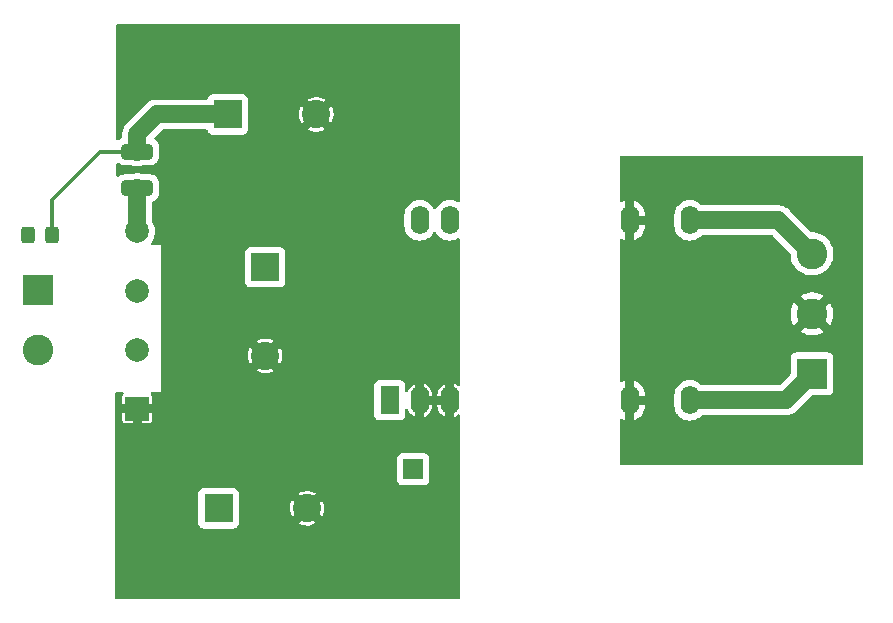
<source format=gtl>
G04 #@! TF.GenerationSoftware,KiCad,Pcbnew,(6.0.6)*
G04 #@! TF.CreationDate,2022-08-27T12:40:56+02:00*
G04 #@! TF.ProjectId,afe-power-supply,6166652d-706f-4776-9572-2d737570706c,rev?*
G04 #@! TF.SameCoordinates,Original*
G04 #@! TF.FileFunction,Copper,L1,Top*
G04 #@! TF.FilePolarity,Positive*
%FSLAX46Y46*%
G04 Gerber Fmt 4.6, Leading zero omitted, Abs format (unit mm)*
G04 Created by KiCad (PCBNEW (6.0.6)) date 2022-08-27 12:40:56*
%MOMM*%
%LPD*%
G01*
G04 APERTURE LIST*
G04 Aperture macros list*
%AMRoundRect*
0 Rectangle with rounded corners*
0 $1 Rounding radius*
0 $2 $3 $4 $5 $6 $7 $8 $9 X,Y pos of 4 corners*
0 Add a 4 corners polygon primitive as box body*
4,1,4,$2,$3,$4,$5,$6,$7,$8,$9,$2,$3,0*
0 Add four circle primitives for the rounded corners*
1,1,$1+$1,$2,$3*
1,1,$1+$1,$4,$5*
1,1,$1+$1,$6,$7*
1,1,$1+$1,$8,$9*
0 Add four rect primitives between the rounded corners*
20,1,$1+$1,$2,$3,$4,$5,0*
20,1,$1+$1,$4,$5,$6,$7,0*
20,1,$1+$1,$6,$7,$8,$9,0*
20,1,$1+$1,$8,$9,$2,$3,0*%
G04 Aperture macros list end*
G04 #@! TA.AperFunction,SMDPad,CuDef*
%ADD10RoundRect,0.250000X1.075000X-0.400000X1.075000X0.400000X-1.075000X0.400000X-1.075000X-0.400000X0*%
G04 #@! TD*
G04 #@! TA.AperFunction,ComponentPad*
%ADD11R,2.400000X2.400000*%
G04 #@! TD*
G04 #@! TA.AperFunction,ComponentPad*
%ADD12C,2.400000*%
G04 #@! TD*
G04 #@! TA.AperFunction,ComponentPad*
%ADD13R,2.600000X2.600000*%
G04 #@! TD*
G04 #@! TA.AperFunction,ComponentPad*
%ADD14C,2.600000*%
G04 #@! TD*
G04 #@! TA.AperFunction,ComponentPad*
%ADD15R,1.700000X1.700000*%
G04 #@! TD*
G04 #@! TA.AperFunction,ComponentPad*
%ADD16R,1.600000X2.400000*%
G04 #@! TD*
G04 #@! TA.AperFunction,ComponentPad*
%ADD17O,1.600000X2.400000*%
G04 #@! TD*
G04 #@! TA.AperFunction,SMDPad,CuDef*
%ADD18RoundRect,0.250000X-0.325000X-0.450000X0.325000X-0.450000X0.325000X0.450000X-0.325000X0.450000X0*%
G04 #@! TD*
G04 #@! TA.AperFunction,ComponentPad*
%ADD19R,2.000000X2.000000*%
G04 #@! TD*
G04 #@! TA.AperFunction,ComponentPad*
%ADD20C,2.000000*%
G04 #@! TD*
G04 #@! TA.AperFunction,ViaPad*
%ADD21C,0.800000*%
G04 #@! TD*
G04 #@! TA.AperFunction,Conductor*
%ADD22C,0.300000*%
G04 #@! TD*
G04 #@! TA.AperFunction,Conductor*
%ADD23C,1.500000*%
G04 #@! TD*
G04 APERTURE END LIST*
D10*
X86870000Y-24340000D03*
X86870000Y-27440000D03*
D11*
X94537246Y-21200000D03*
D12*
X102037246Y-21200000D03*
D13*
X78495000Y-36055000D03*
D14*
X78495000Y-41135000D03*
D13*
X144000000Y-43160000D03*
D14*
X144000000Y-38080000D03*
X144000000Y-33000000D03*
D15*
X110250000Y-51250000D03*
D16*
X108250000Y-45400000D03*
D17*
X110790000Y-45400000D03*
X113330000Y-45400000D03*
X128570000Y-45400000D03*
X133650000Y-45400000D03*
X133650000Y-30160000D03*
X128570000Y-30160000D03*
X113330000Y-30160000D03*
X110790000Y-30160000D03*
D18*
X77625000Y-31400000D03*
X79675000Y-31400000D03*
D11*
X97700000Y-34137246D03*
D12*
X97700000Y-41637246D03*
D19*
X86867500Y-46107500D03*
D20*
X86867500Y-41107500D03*
X86867500Y-36107500D03*
X86867500Y-31107500D03*
D11*
X93750000Y-54550000D03*
D12*
X101250000Y-54550000D03*
D21*
X77600000Y-31400000D03*
D22*
X83750000Y-24340000D02*
X86870000Y-24340000D01*
X79675000Y-28415000D02*
X83750000Y-24340000D01*
X79675000Y-31400000D02*
X79675000Y-28415000D01*
D23*
X86867500Y-27442500D02*
X86870000Y-27440000D01*
X86867500Y-31107500D02*
X86867500Y-27442500D01*
X88510000Y-21200000D02*
X86870000Y-22840000D01*
X86870000Y-22840000D02*
X86870000Y-24340000D01*
X94537246Y-21200000D02*
X88510000Y-21200000D01*
X141160000Y-30160000D02*
X144000000Y-33000000D01*
X133650000Y-30160000D02*
X141160000Y-30160000D01*
X133650000Y-45400000D02*
X141760000Y-45400000D01*
X141760000Y-45400000D02*
X144000000Y-43160000D01*
G04 #@! TA.AperFunction,Conductor*
G36*
X148292121Y-24720002D02*
G01*
X148338614Y-24773658D01*
X148350000Y-24826000D01*
X148350000Y-50774000D01*
X148329998Y-50842121D01*
X148276342Y-50888614D01*
X148224000Y-50900000D01*
X127876000Y-50900000D01*
X127807879Y-50879998D01*
X127761386Y-50826342D01*
X127750000Y-50774000D01*
X127750000Y-47058626D01*
X127770002Y-46990505D01*
X127823658Y-46944012D01*
X127893932Y-46933908D01*
X127929250Y-46944431D01*
X128115950Y-47031491D01*
X128126240Y-47035236D01*
X128171501Y-47047364D01*
X128185600Y-47047029D01*
X128189000Y-47039088D01*
X128189000Y-47033938D01*
X128951000Y-47033938D01*
X128954973Y-47047469D01*
X128963521Y-47048698D01*
X129013760Y-47035236D01*
X129024050Y-47031491D01*
X129221511Y-46939414D01*
X129231007Y-46933931D01*
X129409467Y-46808972D01*
X129417875Y-46801916D01*
X129571916Y-46647875D01*
X129578972Y-46639467D01*
X129703931Y-46461007D01*
X129709414Y-46451511D01*
X129801490Y-46254053D01*
X129805236Y-46243761D01*
X129861625Y-46033312D01*
X129863528Y-46022519D01*
X129877762Y-45859830D01*
X129877880Y-45857127D01*
X132341500Y-45857127D01*
X132356457Y-46028087D01*
X132415716Y-46249243D01*
X132418039Y-46254224D01*
X132418039Y-46254225D01*
X132510151Y-46451762D01*
X132510154Y-46451767D01*
X132512477Y-46456749D01*
X132575901Y-46547328D01*
X132612461Y-46599540D01*
X132643802Y-46644300D01*
X132805700Y-46806198D01*
X132810208Y-46809355D01*
X132810211Y-46809357D01*
X132888389Y-46864098D01*
X132993251Y-46937523D01*
X132998233Y-46939846D01*
X132998238Y-46939849D01*
X133194767Y-47031491D01*
X133200757Y-47034284D01*
X133206065Y-47035706D01*
X133206067Y-47035707D01*
X133416598Y-47092119D01*
X133416600Y-47092119D01*
X133421913Y-47093543D01*
X133650000Y-47113498D01*
X133878087Y-47093543D01*
X133883400Y-47092119D01*
X133883402Y-47092119D01*
X134093933Y-47035707D01*
X134093935Y-47035706D01*
X134099243Y-47034284D01*
X134105233Y-47031491D01*
X134301762Y-46939849D01*
X134301767Y-46939846D01*
X134306749Y-46937523D01*
X134411611Y-46864098D01*
X134489789Y-46809357D01*
X134489792Y-46809355D01*
X134494300Y-46806198D01*
X134605093Y-46695405D01*
X134667405Y-46661379D01*
X134694188Y-46658500D01*
X141668604Y-46658500D01*
X141685051Y-46659578D01*
X141701516Y-46661746D01*
X141701520Y-46661746D01*
X141707086Y-46662479D01*
X141788489Y-46658640D01*
X141794424Y-46658500D01*
X141816999Y-46658500D01*
X141842989Y-46656181D01*
X141848248Y-46655822D01*
X141931488Y-46651896D01*
X141936947Y-46650646D01*
X141936952Y-46650645D01*
X141948970Y-46647892D01*
X141965899Y-46645211D01*
X141983762Y-46643617D01*
X141989178Y-46642135D01*
X141989180Y-46642135D01*
X142064133Y-46621630D01*
X142069251Y-46620344D01*
X142145000Y-46602995D01*
X142145002Y-46602994D01*
X142150470Y-46601742D01*
X142160970Y-46597263D01*
X142166967Y-46594706D01*
X142183142Y-46589073D01*
X142195039Y-46585818D01*
X142195043Y-46585817D01*
X142200451Y-46584337D01*
X142275667Y-46548461D01*
X142280476Y-46546290D01*
X142351949Y-46515804D01*
X142351950Y-46515804D01*
X142357109Y-46513603D01*
X142372110Y-46503749D01*
X142387025Y-46495346D01*
X142403218Y-46487622D01*
X142407769Y-46484352D01*
X142407772Y-46484350D01*
X142446182Y-46456749D01*
X142470892Y-46438994D01*
X142475232Y-46436011D01*
X142541010Y-46392804D01*
X142541018Y-46392798D01*
X142544874Y-46390265D01*
X142565662Y-46371743D01*
X142575939Y-46363510D01*
X142585654Y-46356529D01*
X142660062Y-46279746D01*
X142661451Y-46278336D01*
X143934383Y-45005405D01*
X143996695Y-44971379D01*
X144023478Y-44968500D01*
X145348134Y-44968500D01*
X145410316Y-44961745D01*
X145546705Y-44910615D01*
X145663261Y-44823261D01*
X145750615Y-44706705D01*
X145801745Y-44570316D01*
X145808500Y-44508134D01*
X145808500Y-41811866D01*
X145801745Y-41749684D01*
X145750615Y-41613295D01*
X145663261Y-41496739D01*
X145546705Y-41409385D01*
X145410316Y-41358255D01*
X145348134Y-41351500D01*
X142651866Y-41351500D01*
X142589684Y-41358255D01*
X142453295Y-41409385D01*
X142336739Y-41496739D01*
X142249385Y-41613295D01*
X142198255Y-41749684D01*
X142191500Y-41811866D01*
X142191500Y-43136522D01*
X142171498Y-43204643D01*
X142154595Y-43225617D01*
X141275617Y-44104595D01*
X141213305Y-44138621D01*
X141186522Y-44141500D01*
X134694188Y-44141500D01*
X134626067Y-44121498D01*
X134605093Y-44104595D01*
X134494300Y-43993802D01*
X134489792Y-43990645D01*
X134489789Y-43990643D01*
X134411611Y-43935902D01*
X134306749Y-43862477D01*
X134301767Y-43860154D01*
X134301762Y-43860151D01*
X134104225Y-43768039D01*
X134104224Y-43768039D01*
X134099243Y-43765716D01*
X134093935Y-43764294D01*
X134093933Y-43764293D01*
X133883402Y-43707881D01*
X133883400Y-43707881D01*
X133878087Y-43706457D01*
X133650000Y-43686502D01*
X133421913Y-43706457D01*
X133416600Y-43707881D01*
X133416598Y-43707881D01*
X133206067Y-43764293D01*
X133206065Y-43764294D01*
X133200757Y-43765716D01*
X133195776Y-43768039D01*
X133195775Y-43768039D01*
X132998238Y-43860151D01*
X132998233Y-43860154D01*
X132993251Y-43862477D01*
X132888389Y-43935902D01*
X132810211Y-43990643D01*
X132810208Y-43990645D01*
X132805700Y-43993802D01*
X132643802Y-44155700D01*
X132512477Y-44343251D01*
X132510154Y-44348233D01*
X132510151Y-44348238D01*
X132435591Y-44508134D01*
X132415716Y-44550757D01*
X132414294Y-44556065D01*
X132414293Y-44556067D01*
X132372004Y-44713891D01*
X132356457Y-44771913D01*
X132341500Y-44942873D01*
X132341500Y-45857127D01*
X129877880Y-45857127D01*
X129878000Y-45854365D01*
X129878000Y-45799115D01*
X129873525Y-45783876D01*
X129872135Y-45782671D01*
X129864452Y-45781000D01*
X128969115Y-45781000D01*
X128953876Y-45785475D01*
X128952671Y-45786865D01*
X128951000Y-45794548D01*
X128951000Y-47033938D01*
X128189000Y-47033938D01*
X128189000Y-45000885D01*
X128951000Y-45000885D01*
X128955475Y-45016124D01*
X128956865Y-45017329D01*
X128964548Y-45019000D01*
X129859885Y-45019000D01*
X129875124Y-45014525D01*
X129876329Y-45013135D01*
X129878000Y-45005452D01*
X129878000Y-44945635D01*
X129877762Y-44940170D01*
X129863528Y-44777481D01*
X129861625Y-44766688D01*
X129805236Y-44556239D01*
X129801490Y-44545947D01*
X129709414Y-44348489D01*
X129703931Y-44338993D01*
X129578972Y-44160533D01*
X129571916Y-44152125D01*
X129417875Y-43998084D01*
X129409467Y-43991028D01*
X129231007Y-43866069D01*
X129221511Y-43860586D01*
X129024050Y-43768509D01*
X129013760Y-43764764D01*
X128968499Y-43752636D01*
X128954400Y-43752971D01*
X128951000Y-43760912D01*
X128951000Y-45000885D01*
X128189000Y-45000885D01*
X128189000Y-43766062D01*
X128185027Y-43752531D01*
X128176479Y-43751302D01*
X128126240Y-43764764D01*
X128115950Y-43768509D01*
X127929250Y-43855569D01*
X127859059Y-43866230D01*
X127794246Y-43837250D01*
X127755389Y-43777831D01*
X127750000Y-43741374D01*
X127750000Y-39600887D01*
X143023463Y-39600887D01*
X143032176Y-39612407D01*
X143035452Y-39614809D01*
X143043351Y-39619745D01*
X143272905Y-39740519D01*
X143281454Y-39744236D01*
X143526327Y-39829749D01*
X143535336Y-39832163D01*
X143790166Y-39880544D01*
X143799423Y-39881598D01*
X144058607Y-39891783D01*
X144067921Y-39891457D01*
X144325753Y-39863220D01*
X144334930Y-39861519D01*
X144585758Y-39795481D01*
X144594574Y-39792445D01*
X144832880Y-39690062D01*
X144841167Y-39685748D01*
X144965224Y-39608979D01*
X144974640Y-39598479D01*
X144970752Y-39589567D01*
X144012812Y-38631627D01*
X143998868Y-38624013D01*
X143997035Y-38624144D01*
X143990420Y-38628395D01*
X143030121Y-39588694D01*
X143023463Y-39600887D01*
X127750000Y-39600887D01*
X127750000Y-38037211D01*
X142187775Y-38037211D01*
X142200220Y-38296288D01*
X142201356Y-38305543D01*
X142251961Y-38559945D01*
X142254449Y-38568917D01*
X142342095Y-38813033D01*
X142345895Y-38821568D01*
X142468659Y-39050044D01*
X142468832Y-39050314D01*
X142478198Y-39057342D01*
X142490613Y-39050572D01*
X143448373Y-38092812D01*
X143454751Y-38081132D01*
X144544013Y-38081132D01*
X144544144Y-38082965D01*
X144548395Y-38089580D01*
X145506399Y-39047584D01*
X145518779Y-39054344D01*
X145527120Y-39048100D01*
X145590825Y-38949058D01*
X145595279Y-38940855D01*
X145701807Y-38704370D01*
X145704997Y-38695605D01*
X145775402Y-38445972D01*
X145777262Y-38436830D01*
X145810187Y-38178019D01*
X145810668Y-38171733D01*
X145812987Y-38083160D01*
X145812836Y-38076851D01*
X145793501Y-37816663D01*
X145792125Y-37807457D01*
X145734878Y-37554467D01*
X145732154Y-37545556D01*
X145638143Y-37303806D01*
X145634132Y-37295397D01*
X145530119Y-37113413D01*
X145519955Y-37103637D01*
X145512056Y-37106759D01*
X144551627Y-38067188D01*
X144544013Y-38081132D01*
X143454751Y-38081132D01*
X143455987Y-38078868D01*
X143455856Y-38077035D01*
X143451605Y-38070420D01*
X142493099Y-37111914D01*
X142480719Y-37105154D01*
X142473198Y-37110784D01*
X142386971Y-37252882D01*
X142382733Y-37261199D01*
X142282432Y-37500389D01*
X142279471Y-37509239D01*
X142215628Y-37760625D01*
X142214006Y-37769822D01*
X142188020Y-38027885D01*
X142187775Y-38037211D01*
X127750000Y-38037211D01*
X127750000Y-36561565D01*
X143025584Y-36561565D01*
X143030158Y-36571343D01*
X143987188Y-37528373D01*
X144001132Y-37535987D01*
X144002965Y-37535856D01*
X144009580Y-37531605D01*
X144968308Y-36572877D01*
X144974692Y-36561187D01*
X144965280Y-36549077D01*
X144924041Y-36520468D01*
X144916013Y-36515740D01*
X144683376Y-36401016D01*
X144674743Y-36397528D01*
X144427703Y-36318450D01*
X144418643Y-36316274D01*
X144162630Y-36274580D01*
X144153343Y-36273768D01*
X143893992Y-36270373D01*
X143884681Y-36270943D01*
X143627682Y-36305919D01*
X143618546Y-36307860D01*
X143369543Y-36380439D01*
X143360800Y-36383707D01*
X143125254Y-36492295D01*
X143117098Y-36496815D01*
X143034720Y-36550825D01*
X143025584Y-36561565D01*
X127750000Y-36561565D01*
X127750000Y-31818626D01*
X127770002Y-31750505D01*
X127823658Y-31704012D01*
X127893932Y-31693908D01*
X127929250Y-31704431D01*
X128115950Y-31791491D01*
X128126240Y-31795236D01*
X128171501Y-31807364D01*
X128185600Y-31807029D01*
X128189000Y-31799088D01*
X128189000Y-31793938D01*
X128951000Y-31793938D01*
X128954973Y-31807469D01*
X128963521Y-31808698D01*
X129013760Y-31795236D01*
X129024050Y-31791491D01*
X129221511Y-31699414D01*
X129231007Y-31693931D01*
X129409467Y-31568972D01*
X129417875Y-31561916D01*
X129571916Y-31407875D01*
X129578972Y-31399467D01*
X129703931Y-31221007D01*
X129709414Y-31211511D01*
X129801490Y-31014053D01*
X129805236Y-31003761D01*
X129861625Y-30793312D01*
X129863528Y-30782519D01*
X129877762Y-30619830D01*
X129877880Y-30617127D01*
X132341500Y-30617127D01*
X132356457Y-30788087D01*
X132415716Y-31009243D01*
X132418039Y-31014224D01*
X132418039Y-31014225D01*
X132510151Y-31211762D01*
X132510154Y-31211767D01*
X132512477Y-31216749D01*
X132643802Y-31404300D01*
X132805700Y-31566198D01*
X132810208Y-31569355D01*
X132810211Y-31569357D01*
X132845115Y-31593797D01*
X132993251Y-31697523D01*
X132998233Y-31699846D01*
X132998238Y-31699849D01*
X133194767Y-31791491D01*
X133200757Y-31794284D01*
X133206065Y-31795706D01*
X133206067Y-31795707D01*
X133416598Y-31852119D01*
X133416600Y-31852119D01*
X133421913Y-31853543D01*
X133650000Y-31873498D01*
X133878087Y-31853543D01*
X133883400Y-31852119D01*
X133883402Y-31852119D01*
X134093933Y-31795707D01*
X134093935Y-31795706D01*
X134099243Y-31794284D01*
X134105233Y-31791491D01*
X134301762Y-31699849D01*
X134301767Y-31699846D01*
X134306749Y-31697523D01*
X134454885Y-31593797D01*
X134489789Y-31569357D01*
X134489792Y-31569355D01*
X134494300Y-31566198D01*
X134605093Y-31455405D01*
X134667405Y-31421379D01*
X134694188Y-31418500D01*
X140586523Y-31418500D01*
X140654644Y-31438502D01*
X140675618Y-31455405D01*
X142153348Y-32933136D01*
X142187374Y-32995448D01*
X142190108Y-33016183D01*
X142199947Y-33221019D01*
X142252388Y-33484656D01*
X142343220Y-33737646D01*
X142470450Y-33974431D01*
X142473241Y-33978168D01*
X142473245Y-33978175D01*
X142554887Y-34087506D01*
X142631281Y-34189810D01*
X142634590Y-34193090D01*
X142634595Y-34193096D01*
X142818863Y-34375762D01*
X142822180Y-34379050D01*
X142825942Y-34381808D01*
X142825945Y-34381811D01*
X142938299Y-34464192D01*
X143038954Y-34537995D01*
X143043089Y-34540171D01*
X143043093Y-34540173D01*
X143272698Y-34660975D01*
X143276840Y-34663154D01*
X143530613Y-34751775D01*
X143535206Y-34752647D01*
X143790109Y-34801042D01*
X143790112Y-34801042D01*
X143794698Y-34801913D01*
X143922370Y-34806929D01*
X144058625Y-34812283D01*
X144058630Y-34812283D01*
X144063293Y-34812466D01*
X144167607Y-34801042D01*
X144325844Y-34783713D01*
X144325850Y-34783712D01*
X144330497Y-34783203D01*
X144335021Y-34782012D01*
X144585918Y-34715956D01*
X144585920Y-34715955D01*
X144590441Y-34714765D01*
X144594738Y-34712919D01*
X144833120Y-34610502D01*
X144833122Y-34610501D01*
X144837414Y-34608657D01*
X144956071Y-34535230D01*
X145062017Y-34469669D01*
X145062021Y-34469666D01*
X145065990Y-34467210D01*
X145271149Y-34293530D01*
X145448382Y-34091434D01*
X145593797Y-33865361D01*
X145704199Y-33620278D01*
X145741209Y-33489051D01*
X145775893Y-33366072D01*
X145775894Y-33366069D01*
X145777163Y-33361568D01*
X145795043Y-33221019D01*
X145810688Y-33098045D01*
X145810688Y-33098041D01*
X145811086Y-33094915D01*
X145813571Y-33000000D01*
X145793650Y-32731937D01*
X145734327Y-32469763D01*
X145636902Y-32219238D01*
X145503518Y-31985864D01*
X145337105Y-31774769D01*
X145141317Y-31590591D01*
X144984751Y-31481976D01*
X144924299Y-31440039D01*
X144924296Y-31440037D01*
X144920457Y-31437374D01*
X144916264Y-31435306D01*
X144683564Y-31320551D01*
X144683561Y-31320550D01*
X144679376Y-31318486D01*
X144423370Y-31236538D01*
X144418763Y-31235788D01*
X144418760Y-31235787D01*
X144162674Y-31194081D01*
X144162675Y-31194081D01*
X144158063Y-31193330D01*
X144113184Y-31192743D01*
X144021886Y-31191547D01*
X143954033Y-31170655D01*
X143934441Y-31154653D01*
X142114525Y-29334737D01*
X142103657Y-29322346D01*
X142093533Y-29309152D01*
X142090123Y-29304708D01*
X142029826Y-29249842D01*
X142025531Y-29245743D01*
X142009590Y-29229802D01*
X142007440Y-29228004D01*
X141989577Y-29213068D01*
X141985602Y-29209600D01*
X141928112Y-29157288D01*
X141928103Y-29157281D01*
X141923964Y-29153515D01*
X141908773Y-29143986D01*
X141894907Y-29133911D01*
X141885451Y-29126004D01*
X141885441Y-29125997D01*
X141881146Y-29122406D01*
X141808752Y-29081113D01*
X141804232Y-29078408D01*
X141738404Y-29037114D01*
X141738401Y-29037112D01*
X141733656Y-29034136D01*
X141728451Y-29032043D01*
X141728448Y-29032042D01*
X141717021Y-29027448D01*
X141701589Y-29019988D01*
X141690881Y-29013880D01*
X141690872Y-29013876D01*
X141686007Y-29011101D01*
X141680730Y-29009232D01*
X141680725Y-29009230D01*
X141607458Y-28983285D01*
X141602522Y-28981420D01*
X141530416Y-28952434D01*
X141525217Y-28950344D01*
X141519730Y-28949208D01*
X141519728Y-28949207D01*
X141507651Y-28946706D01*
X141491156Y-28942101D01*
X141474241Y-28936111D01*
X141391990Y-28922641D01*
X141386820Y-28921683D01*
X141305233Y-28904787D01*
X141300621Y-28904521D01*
X141300620Y-28904521D01*
X141277452Y-28903185D01*
X141264347Y-28901738D01*
X141258090Y-28900714D01*
X141258086Y-28900714D01*
X141252543Y-28899806D01*
X141246930Y-28899894D01*
X141246928Y-28899894D01*
X141145736Y-28901484D01*
X141143757Y-28901500D01*
X134694188Y-28901500D01*
X134626067Y-28881498D01*
X134605093Y-28864595D01*
X134494300Y-28753802D01*
X134489792Y-28750645D01*
X134489789Y-28750643D01*
X134411611Y-28695902D01*
X134306749Y-28622477D01*
X134301767Y-28620154D01*
X134301762Y-28620151D01*
X134104225Y-28528039D01*
X134104224Y-28528039D01*
X134099243Y-28525716D01*
X134093935Y-28524294D01*
X134093933Y-28524293D01*
X133883402Y-28467881D01*
X133883400Y-28467881D01*
X133878087Y-28466457D01*
X133650000Y-28446502D01*
X133421913Y-28466457D01*
X133416600Y-28467881D01*
X133416598Y-28467881D01*
X133206067Y-28524293D01*
X133206065Y-28524294D01*
X133200757Y-28525716D01*
X133195776Y-28528039D01*
X133195775Y-28528039D01*
X132998238Y-28620151D01*
X132998233Y-28620154D01*
X132993251Y-28622477D01*
X132888389Y-28695902D01*
X132810211Y-28750643D01*
X132810208Y-28750645D01*
X132805700Y-28753802D01*
X132643802Y-28915700D01*
X132640645Y-28920208D01*
X132640643Y-28920211D01*
X132597784Y-28981420D01*
X132512477Y-29103251D01*
X132510154Y-29108233D01*
X132510151Y-29108238D01*
X132452539Y-29231789D01*
X132415716Y-29310757D01*
X132414294Y-29316065D01*
X132414293Y-29316067D01*
X132357881Y-29526598D01*
X132356457Y-29531913D01*
X132341500Y-29702873D01*
X132341500Y-30617127D01*
X129877880Y-30617127D01*
X129878000Y-30614365D01*
X129878000Y-30559115D01*
X129873525Y-30543876D01*
X129872135Y-30542671D01*
X129864452Y-30541000D01*
X128969115Y-30541000D01*
X128953876Y-30545475D01*
X128952671Y-30546865D01*
X128951000Y-30554548D01*
X128951000Y-31793938D01*
X128189000Y-31793938D01*
X128189000Y-29760885D01*
X128951000Y-29760885D01*
X128955475Y-29776124D01*
X128956865Y-29777329D01*
X128964548Y-29779000D01*
X129859885Y-29779000D01*
X129875124Y-29774525D01*
X129876329Y-29773135D01*
X129878000Y-29765452D01*
X129878000Y-29705635D01*
X129877762Y-29700170D01*
X129863528Y-29537481D01*
X129861625Y-29526688D01*
X129805236Y-29316239D01*
X129801490Y-29305947D01*
X129709414Y-29108489D01*
X129703931Y-29098993D01*
X129578972Y-28920533D01*
X129571916Y-28912125D01*
X129417875Y-28758084D01*
X129409467Y-28751028D01*
X129231007Y-28626069D01*
X129221511Y-28620586D01*
X129024050Y-28528509D01*
X129013760Y-28524764D01*
X128968499Y-28512636D01*
X128954400Y-28512971D01*
X128951000Y-28520912D01*
X128951000Y-29760885D01*
X128189000Y-29760885D01*
X128189000Y-28526062D01*
X128185027Y-28512531D01*
X128176479Y-28511302D01*
X128126240Y-28524764D01*
X128115950Y-28528509D01*
X127929250Y-28615569D01*
X127859059Y-28626230D01*
X127794246Y-28597250D01*
X127755389Y-28537831D01*
X127750000Y-28501374D01*
X127750000Y-24826000D01*
X127770002Y-24757879D01*
X127823658Y-24711386D01*
X127876000Y-24700000D01*
X148224000Y-24700000D01*
X148292121Y-24720002D01*
G37*
G04 #@! TD.AperFunction*
G04 #@! TA.AperFunction,Conductor*
G36*
X114142121Y-13520002D02*
G01*
X114188614Y-13573658D01*
X114200000Y-13626000D01*
X114200000Y-28529753D01*
X114179998Y-28597874D01*
X114126342Y-28644367D01*
X114056068Y-28654471D01*
X114001730Y-28632967D01*
X113986749Y-28622477D01*
X113981767Y-28620154D01*
X113981762Y-28620151D01*
X113784225Y-28528039D01*
X113784224Y-28528039D01*
X113779243Y-28525716D01*
X113773935Y-28524294D01*
X113773933Y-28524293D01*
X113563402Y-28467881D01*
X113563400Y-28467881D01*
X113558087Y-28466457D01*
X113330000Y-28446502D01*
X113101913Y-28466457D01*
X113096600Y-28467881D01*
X113096598Y-28467881D01*
X112886067Y-28524293D01*
X112886065Y-28524294D01*
X112880757Y-28525716D01*
X112875776Y-28528039D01*
X112875775Y-28528039D01*
X112678238Y-28620151D01*
X112678233Y-28620154D01*
X112673251Y-28622477D01*
X112607628Y-28668427D01*
X112490211Y-28750643D01*
X112490208Y-28750645D01*
X112485700Y-28753802D01*
X112323802Y-28915700D01*
X112192477Y-29103251D01*
X112190154Y-29108233D01*
X112190151Y-29108238D01*
X112174195Y-29142457D01*
X112127278Y-29195742D01*
X112059001Y-29215203D01*
X111991041Y-29194661D01*
X111945805Y-29142457D01*
X111929849Y-29108238D01*
X111929846Y-29108233D01*
X111927523Y-29103251D01*
X111796198Y-28915700D01*
X111634300Y-28753802D01*
X111629792Y-28750645D01*
X111629789Y-28750643D01*
X111512372Y-28668427D01*
X111446749Y-28622477D01*
X111441767Y-28620154D01*
X111441762Y-28620151D01*
X111244225Y-28528039D01*
X111244224Y-28528039D01*
X111239243Y-28525716D01*
X111233935Y-28524294D01*
X111233933Y-28524293D01*
X111023402Y-28467881D01*
X111023400Y-28467881D01*
X111018087Y-28466457D01*
X110790000Y-28446502D01*
X110561913Y-28466457D01*
X110556600Y-28467881D01*
X110556598Y-28467881D01*
X110346067Y-28524293D01*
X110346065Y-28524294D01*
X110340757Y-28525716D01*
X110335776Y-28528039D01*
X110335775Y-28528039D01*
X110138238Y-28620151D01*
X110138233Y-28620154D01*
X110133251Y-28622477D01*
X110067628Y-28668427D01*
X109950211Y-28750643D01*
X109950208Y-28750645D01*
X109945700Y-28753802D01*
X109783802Y-28915700D01*
X109652477Y-29103251D01*
X109650154Y-29108233D01*
X109650151Y-29108238D01*
X109634195Y-29142457D01*
X109555716Y-29310757D01*
X109496457Y-29531913D01*
X109481500Y-29702873D01*
X109481500Y-30617127D01*
X109496457Y-30788087D01*
X109555716Y-31009243D01*
X109558039Y-31014224D01*
X109558039Y-31014225D01*
X109650151Y-31211762D01*
X109650154Y-31211767D01*
X109652477Y-31216749D01*
X109783802Y-31404300D01*
X109945700Y-31566198D01*
X109950208Y-31569355D01*
X109950211Y-31569357D01*
X110028389Y-31624098D01*
X110133251Y-31697523D01*
X110138233Y-31699846D01*
X110138238Y-31699849D01*
X110335775Y-31791961D01*
X110340757Y-31794284D01*
X110346065Y-31795706D01*
X110346067Y-31795707D01*
X110556598Y-31852119D01*
X110556600Y-31852119D01*
X110561913Y-31853543D01*
X110790000Y-31873498D01*
X111018087Y-31853543D01*
X111023400Y-31852119D01*
X111023402Y-31852119D01*
X111233933Y-31795707D01*
X111233935Y-31795706D01*
X111239243Y-31794284D01*
X111244225Y-31791961D01*
X111441762Y-31699849D01*
X111441767Y-31699846D01*
X111446749Y-31697523D01*
X111551611Y-31624098D01*
X111629789Y-31569357D01*
X111629792Y-31569355D01*
X111634300Y-31566198D01*
X111796198Y-31404300D01*
X111927523Y-31216749D01*
X111929846Y-31211767D01*
X111929849Y-31211762D01*
X111945805Y-31177543D01*
X111992722Y-31124258D01*
X112060999Y-31104797D01*
X112128959Y-31125339D01*
X112174195Y-31177543D01*
X112190151Y-31211762D01*
X112190154Y-31211767D01*
X112192477Y-31216749D01*
X112323802Y-31404300D01*
X112485700Y-31566198D01*
X112490208Y-31569355D01*
X112490211Y-31569357D01*
X112568389Y-31624098D01*
X112673251Y-31697523D01*
X112678233Y-31699846D01*
X112678238Y-31699849D01*
X112875775Y-31791961D01*
X112880757Y-31794284D01*
X112886065Y-31795706D01*
X112886067Y-31795707D01*
X113096598Y-31852119D01*
X113096600Y-31852119D01*
X113101913Y-31853543D01*
X113330000Y-31873498D01*
X113558087Y-31853543D01*
X113563400Y-31852119D01*
X113563402Y-31852119D01*
X113773933Y-31795707D01*
X113773935Y-31795706D01*
X113779243Y-31794284D01*
X113784225Y-31791961D01*
X113981762Y-31699849D01*
X113981767Y-31699846D01*
X113986749Y-31697523D01*
X114001730Y-31687033D01*
X114069004Y-31664346D01*
X114137864Y-31681631D01*
X114186448Y-31733401D01*
X114200000Y-31790247D01*
X114200000Y-44083984D01*
X114179998Y-44152105D01*
X114126342Y-44198598D01*
X114056068Y-44208702D01*
X113993684Y-44181069D01*
X113926986Y-44125892D01*
X113916820Y-44119035D01*
X113745839Y-44026586D01*
X113734534Y-44021834D01*
X113728306Y-44019906D01*
X113714205Y-44019700D01*
X113711000Y-44026456D01*
X113711000Y-46768499D01*
X113714973Y-46782030D01*
X113722381Y-46783095D01*
X113732205Y-46779126D01*
X113904464Y-46689071D01*
X113914731Y-46682353D01*
X113995048Y-46617776D01*
X114060670Y-46590679D01*
X114130524Y-46603362D01*
X114182433Y-46651798D01*
X114200000Y-46715972D01*
X114200000Y-62124000D01*
X114179998Y-62192121D01*
X114126342Y-62238614D01*
X114074000Y-62250000D01*
X85126000Y-62250000D01*
X85057879Y-62229998D01*
X85011386Y-62176342D01*
X85000000Y-62124000D01*
X85000000Y-55798134D01*
X92041500Y-55798134D01*
X92048255Y-55860316D01*
X92099385Y-55996705D01*
X92186739Y-56113261D01*
X92303295Y-56200615D01*
X92439684Y-56251745D01*
X92501866Y-56258500D01*
X94998134Y-56258500D01*
X95060316Y-56251745D01*
X95196705Y-56200615D01*
X95313261Y-56113261D01*
X95400615Y-55996705D01*
X95451745Y-55860316D01*
X95457072Y-55811279D01*
X100533156Y-55811279D01*
X100538437Y-55818333D01*
X100615136Y-55863153D01*
X100624419Y-55867600D01*
X100838126Y-55949207D01*
X100848028Y-55952084D01*
X101072175Y-55997687D01*
X101082427Y-55998910D01*
X101311020Y-56007292D01*
X101321306Y-56006825D01*
X101548209Y-55977758D01*
X101558295Y-55975615D01*
X101777399Y-55909880D01*
X101786994Y-55906119D01*
X101958863Y-55821921D01*
X101969270Y-55812398D01*
X101967209Y-55806024D01*
X101262812Y-55101627D01*
X101248868Y-55094013D01*
X101247035Y-55094144D01*
X101240420Y-55098395D01*
X100539916Y-55798899D01*
X100533156Y-55811279D01*
X95457072Y-55811279D01*
X95458500Y-55798134D01*
X95458500Y-54519510D01*
X99791750Y-54519510D01*
X99804918Y-54747882D01*
X99806354Y-54758103D01*
X99856644Y-54981253D01*
X99859724Y-54991081D01*
X99945788Y-55203035D01*
X99950433Y-55212231D01*
X99978402Y-55257872D01*
X99988858Y-55267333D01*
X99997636Y-55263549D01*
X100698373Y-54562812D01*
X100704751Y-54551132D01*
X101794013Y-54551132D01*
X101794144Y-54552965D01*
X101798395Y-54559580D01*
X102500897Y-55262082D01*
X102513277Y-55268842D01*
X102518710Y-55264775D01*
X102604237Y-55091722D01*
X102608031Y-55082140D01*
X102674531Y-54863263D01*
X102676708Y-54853193D01*
X102706804Y-54624593D01*
X102707323Y-54617919D01*
X102708901Y-54553364D01*
X102708707Y-54546646D01*
X102689816Y-54316871D01*
X102688131Y-54306691D01*
X102632404Y-54084832D01*
X102629084Y-54075081D01*
X102537870Y-53865301D01*
X102532997Y-53856212D01*
X102523042Y-53840823D01*
X102512357Y-53831621D01*
X102502791Y-53836024D01*
X101801627Y-54537188D01*
X101794013Y-54551132D01*
X100704751Y-54551132D01*
X100705987Y-54548868D01*
X100705856Y-54547035D01*
X100701605Y-54540420D01*
X99997928Y-53836743D01*
X99986393Y-53830444D01*
X99977780Y-53837193D01*
X99882934Y-54041521D01*
X99879371Y-54051208D01*
X99818242Y-54271631D01*
X99816311Y-54281751D01*
X99792002Y-54509221D01*
X99791750Y-54519510D01*
X95458500Y-54519510D01*
X95458500Y-53301866D01*
X95457087Y-53288859D01*
X100532169Y-53288859D01*
X100534595Y-53295780D01*
X101237188Y-53998373D01*
X101251132Y-54005987D01*
X101252965Y-54005856D01*
X101259580Y-54001605D01*
X101960180Y-53301005D01*
X101966940Y-53288625D01*
X101962126Y-53282195D01*
X101852604Y-53221735D01*
X101843193Y-53217505D01*
X101627566Y-53141147D01*
X101617595Y-53138513D01*
X101392391Y-53098398D01*
X101382138Y-53097429D01*
X101153395Y-53094634D01*
X101143112Y-53095354D01*
X100916997Y-53129955D01*
X100906969Y-53132344D01*
X100689539Y-53203409D01*
X100680031Y-53207406D01*
X100542336Y-53279087D01*
X100532169Y-53288859D01*
X95457087Y-53288859D01*
X95451745Y-53239684D01*
X95400615Y-53103295D01*
X95313261Y-52986739D01*
X95196705Y-52899385D01*
X95060316Y-52848255D01*
X94998134Y-52841500D01*
X92501866Y-52841500D01*
X92439684Y-52848255D01*
X92303295Y-52899385D01*
X92186739Y-52986739D01*
X92099385Y-53103295D01*
X92048255Y-53239684D01*
X92041500Y-53301866D01*
X92041500Y-55798134D01*
X85000000Y-55798134D01*
X85000000Y-52148134D01*
X108891500Y-52148134D01*
X108898255Y-52210316D01*
X108949385Y-52346705D01*
X109036739Y-52463261D01*
X109153295Y-52550615D01*
X109289684Y-52601745D01*
X109351866Y-52608500D01*
X111148134Y-52608500D01*
X111210316Y-52601745D01*
X111346705Y-52550615D01*
X111463261Y-52463261D01*
X111550615Y-52346705D01*
X111601745Y-52210316D01*
X111608500Y-52148134D01*
X111608500Y-50351866D01*
X111601745Y-50289684D01*
X111550615Y-50153295D01*
X111463261Y-50036739D01*
X111346705Y-49949385D01*
X111210316Y-49898255D01*
X111148134Y-49891500D01*
X109351866Y-49891500D01*
X109289684Y-49898255D01*
X109153295Y-49949385D01*
X109036739Y-50036739D01*
X108949385Y-50153295D01*
X108898255Y-50289684D01*
X108891500Y-50351866D01*
X108891500Y-52148134D01*
X85000000Y-52148134D01*
X85000000Y-47126328D01*
X85613501Y-47126328D01*
X85614709Y-47138588D01*
X85625815Y-47194431D01*
X85635133Y-47216927D01*
X85677483Y-47280308D01*
X85694692Y-47297517D01*
X85758075Y-47339868D01*
X85780566Y-47349184D01*
X85836415Y-47360293D01*
X85848670Y-47361500D01*
X86468385Y-47361500D01*
X86483624Y-47357025D01*
X86484829Y-47355635D01*
X86486500Y-47347952D01*
X86486500Y-47343384D01*
X87248500Y-47343384D01*
X87252975Y-47358623D01*
X87254365Y-47359828D01*
X87262048Y-47361499D01*
X87886328Y-47361499D01*
X87898588Y-47360291D01*
X87954431Y-47349185D01*
X87976927Y-47339867D01*
X88040308Y-47297517D01*
X88057517Y-47280308D01*
X88099868Y-47216925D01*
X88109184Y-47194434D01*
X88120293Y-47138585D01*
X88121500Y-47126330D01*
X88121500Y-46648134D01*
X106941500Y-46648134D01*
X106948255Y-46710316D01*
X106999385Y-46846705D01*
X107086739Y-46963261D01*
X107203295Y-47050615D01*
X107339684Y-47101745D01*
X107401866Y-47108500D01*
X109098134Y-47108500D01*
X109160316Y-47101745D01*
X109296705Y-47050615D01*
X109413261Y-46963261D01*
X109500615Y-46846705D01*
X109551745Y-46710316D01*
X109558500Y-46648134D01*
X109558500Y-46221161D01*
X109578502Y-46153040D01*
X109632158Y-46106547D01*
X109702432Y-46096443D01*
X109767012Y-46125937D01*
X109805122Y-46184742D01*
X109809033Y-46197694D01*
X109813706Y-46209033D01*
X109904957Y-46380651D01*
X109911751Y-46390876D01*
X110034605Y-46541509D01*
X110043234Y-46550199D01*
X110193014Y-46674109D01*
X110203180Y-46680965D01*
X110374161Y-46773414D01*
X110385466Y-46778166D01*
X110391694Y-46780094D01*
X110405795Y-46780300D01*
X110409000Y-46773544D01*
X110409000Y-46768499D01*
X111171000Y-46768499D01*
X111174973Y-46782030D01*
X111182381Y-46783095D01*
X111192205Y-46779126D01*
X111364464Y-46689071D01*
X111374725Y-46682357D01*
X111526213Y-46560557D01*
X111534973Y-46551979D01*
X111659920Y-46403074D01*
X111666844Y-46392963D01*
X111760490Y-46222619D01*
X111765318Y-46211355D01*
X111824094Y-46026069D01*
X111826642Y-46014080D01*
X111843607Y-45862836D01*
X111844000Y-45855812D01*
X111844000Y-45848932D01*
X112276000Y-45848932D01*
X112276301Y-45855080D01*
X112290469Y-45999581D01*
X112292852Y-46011616D01*
X112349032Y-46197692D01*
X112353706Y-46209033D01*
X112444957Y-46380651D01*
X112451751Y-46390876D01*
X112574605Y-46541509D01*
X112583234Y-46550199D01*
X112733014Y-46674109D01*
X112743180Y-46680965D01*
X112914161Y-46773414D01*
X112925466Y-46778166D01*
X112931694Y-46780094D01*
X112945795Y-46780300D01*
X112949000Y-46773544D01*
X112949000Y-45799115D01*
X112944525Y-45783876D01*
X112943135Y-45782671D01*
X112935452Y-45781000D01*
X112294115Y-45781000D01*
X112278876Y-45785475D01*
X112277671Y-45786865D01*
X112276000Y-45794548D01*
X112276000Y-45848932D01*
X111844000Y-45848932D01*
X111844000Y-45799115D01*
X111839525Y-45783876D01*
X111838135Y-45782671D01*
X111830452Y-45781000D01*
X111189115Y-45781000D01*
X111173876Y-45785475D01*
X111172671Y-45786865D01*
X111171000Y-45794548D01*
X111171000Y-46768499D01*
X110409000Y-46768499D01*
X110409000Y-45000885D01*
X111171000Y-45000885D01*
X111175475Y-45016124D01*
X111176865Y-45017329D01*
X111184548Y-45019000D01*
X111825885Y-45019000D01*
X111841124Y-45014525D01*
X111842329Y-45013135D01*
X111844000Y-45005452D01*
X111844000Y-45000885D01*
X112276000Y-45000885D01*
X112280475Y-45016124D01*
X112281865Y-45017329D01*
X112289548Y-45019000D01*
X112930885Y-45019000D01*
X112946124Y-45014525D01*
X112947329Y-45013135D01*
X112949000Y-45005452D01*
X112949000Y-44031501D01*
X112945027Y-44017970D01*
X112937619Y-44016905D01*
X112927795Y-44020874D01*
X112755536Y-44110929D01*
X112745275Y-44117643D01*
X112593787Y-44239443D01*
X112585027Y-44248021D01*
X112460080Y-44396926D01*
X112453156Y-44407037D01*
X112359510Y-44577381D01*
X112354682Y-44588645D01*
X112295906Y-44773931D01*
X112293358Y-44785920D01*
X112276393Y-44937164D01*
X112276000Y-44944188D01*
X112276000Y-45000885D01*
X111844000Y-45000885D01*
X111844000Y-44951068D01*
X111843699Y-44944920D01*
X111829531Y-44800419D01*
X111827148Y-44788384D01*
X111770968Y-44602308D01*
X111766294Y-44590967D01*
X111675043Y-44419349D01*
X111668249Y-44409124D01*
X111545395Y-44258491D01*
X111536766Y-44249801D01*
X111386986Y-44125891D01*
X111376820Y-44119035D01*
X111205839Y-44026586D01*
X111194534Y-44021834D01*
X111188306Y-44019906D01*
X111174205Y-44019700D01*
X111171000Y-44026456D01*
X111171000Y-45000885D01*
X110409000Y-45000885D01*
X110409000Y-44031501D01*
X110405027Y-44017970D01*
X110397619Y-44016905D01*
X110387795Y-44020874D01*
X110215536Y-44110929D01*
X110205275Y-44117643D01*
X110053787Y-44239443D01*
X110045027Y-44248021D01*
X109920080Y-44396926D01*
X109913156Y-44407037D01*
X109819510Y-44577381D01*
X109814682Y-44588645D01*
X109804602Y-44620422D01*
X109764939Y-44679306D01*
X109699737Y-44707398D01*
X109629697Y-44695781D01*
X109577057Y-44648141D01*
X109558500Y-44582323D01*
X109558500Y-44151866D01*
X109551745Y-44089684D01*
X109500615Y-43953295D01*
X109413261Y-43836739D01*
X109296705Y-43749385D01*
X109160316Y-43698255D01*
X109098134Y-43691500D01*
X107401866Y-43691500D01*
X107339684Y-43698255D01*
X107203295Y-43749385D01*
X107086739Y-43836739D01*
X106999385Y-43953295D01*
X106948255Y-44089684D01*
X106941500Y-44151866D01*
X106941500Y-46648134D01*
X88121500Y-46648134D01*
X88121500Y-46506615D01*
X88117025Y-46491376D01*
X88115635Y-46490171D01*
X88107952Y-46488500D01*
X87266615Y-46488500D01*
X87251376Y-46492975D01*
X87250171Y-46494365D01*
X87248500Y-46502048D01*
X87248500Y-47343384D01*
X86486500Y-47343384D01*
X86486500Y-46506615D01*
X86482025Y-46491376D01*
X86480635Y-46490171D01*
X86472952Y-46488500D01*
X85631616Y-46488500D01*
X85616377Y-46492975D01*
X85615172Y-46494365D01*
X85613501Y-46502048D01*
X85613501Y-47126328D01*
X85000000Y-47126328D01*
X85000000Y-44826000D01*
X85020002Y-44757879D01*
X85073658Y-44711386D01*
X85126000Y-44700000D01*
X85607985Y-44700000D01*
X85676106Y-44720002D01*
X85722599Y-44773658D01*
X85732703Y-44843932D01*
X85703209Y-44908512D01*
X85697080Y-44915095D01*
X85677483Y-44934692D01*
X85635132Y-44998075D01*
X85625816Y-45020566D01*
X85614707Y-45076415D01*
X85613500Y-45088670D01*
X85613500Y-45708385D01*
X85617975Y-45723624D01*
X85619365Y-45724829D01*
X85627048Y-45726500D01*
X88103384Y-45726500D01*
X88118623Y-45722025D01*
X88119828Y-45720635D01*
X88121499Y-45712952D01*
X88121499Y-45088672D01*
X88120291Y-45076412D01*
X88109185Y-45020569D01*
X88099867Y-44998073D01*
X88057517Y-44934692D01*
X88037920Y-44915095D01*
X88003894Y-44852783D01*
X88008959Y-44781968D01*
X88051506Y-44725132D01*
X88118026Y-44700321D01*
X88127015Y-44700000D01*
X88850000Y-44700000D01*
X88850000Y-42898525D01*
X96983156Y-42898525D01*
X96988437Y-42905579D01*
X97065136Y-42950399D01*
X97074419Y-42954846D01*
X97288126Y-43036453D01*
X97298028Y-43039330D01*
X97522175Y-43084933D01*
X97532427Y-43086156D01*
X97761020Y-43094538D01*
X97771306Y-43094071D01*
X97998209Y-43065004D01*
X98008295Y-43062861D01*
X98227399Y-42997126D01*
X98236994Y-42993365D01*
X98408863Y-42909167D01*
X98419270Y-42899644D01*
X98417209Y-42893270D01*
X97712812Y-42188873D01*
X97698868Y-42181259D01*
X97697035Y-42181390D01*
X97690420Y-42185641D01*
X96989916Y-42886145D01*
X96983156Y-42898525D01*
X88850000Y-42898525D01*
X88850000Y-41606756D01*
X96241750Y-41606756D01*
X96254918Y-41835128D01*
X96256354Y-41845349D01*
X96306644Y-42068499D01*
X96309724Y-42078327D01*
X96395788Y-42290281D01*
X96400433Y-42299477D01*
X96428402Y-42345118D01*
X96438858Y-42354579D01*
X96447636Y-42350795D01*
X97148373Y-41650058D01*
X97154751Y-41638378D01*
X98244013Y-41638378D01*
X98244144Y-41640211D01*
X98248395Y-41646826D01*
X98950897Y-42349328D01*
X98963277Y-42356088D01*
X98968710Y-42352021D01*
X99054237Y-42178968D01*
X99058031Y-42169386D01*
X99124531Y-41950509D01*
X99126708Y-41940439D01*
X99156804Y-41711839D01*
X99157323Y-41705165D01*
X99158901Y-41640610D01*
X99158707Y-41633892D01*
X99139816Y-41404117D01*
X99138131Y-41393937D01*
X99082404Y-41172078D01*
X99079084Y-41162327D01*
X98987870Y-40952547D01*
X98982997Y-40943458D01*
X98973042Y-40928069D01*
X98962357Y-40918867D01*
X98952791Y-40923270D01*
X98251627Y-41624434D01*
X98244013Y-41638378D01*
X97154751Y-41638378D01*
X97155987Y-41636114D01*
X97155856Y-41634281D01*
X97151605Y-41627666D01*
X96447928Y-40923989D01*
X96436393Y-40917690D01*
X96427780Y-40924439D01*
X96332934Y-41128767D01*
X96329371Y-41138454D01*
X96268242Y-41358877D01*
X96266311Y-41368997D01*
X96242002Y-41596467D01*
X96241750Y-41606756D01*
X88850000Y-41606756D01*
X88850000Y-40376105D01*
X96982169Y-40376105D01*
X96984595Y-40383026D01*
X97687188Y-41085619D01*
X97701132Y-41093233D01*
X97702965Y-41093102D01*
X97709580Y-41088851D01*
X98410180Y-40388251D01*
X98416940Y-40375871D01*
X98412126Y-40369441D01*
X98302604Y-40308981D01*
X98293193Y-40304751D01*
X98077566Y-40228393D01*
X98067595Y-40225759D01*
X97842391Y-40185644D01*
X97832138Y-40184675D01*
X97603395Y-40181880D01*
X97593112Y-40182600D01*
X97366997Y-40217201D01*
X97356969Y-40219590D01*
X97139539Y-40290655D01*
X97130031Y-40294652D01*
X96992336Y-40366333D01*
X96982169Y-40376105D01*
X88850000Y-40376105D01*
X88850000Y-35385380D01*
X95991500Y-35385380D01*
X95998255Y-35447562D01*
X96049385Y-35583951D01*
X96136739Y-35700507D01*
X96253295Y-35787861D01*
X96389684Y-35838991D01*
X96451866Y-35845746D01*
X98948134Y-35845746D01*
X99010316Y-35838991D01*
X99146705Y-35787861D01*
X99263261Y-35700507D01*
X99350615Y-35583951D01*
X99401745Y-35447562D01*
X99408500Y-35385380D01*
X99408500Y-32889112D01*
X99401745Y-32826930D01*
X99350615Y-32690541D01*
X99263261Y-32573985D01*
X99146705Y-32486631D01*
X99010316Y-32435501D01*
X98948134Y-32428746D01*
X96451866Y-32428746D01*
X96389684Y-32435501D01*
X96253295Y-32486631D01*
X96136739Y-32573985D01*
X96049385Y-32690541D01*
X95998255Y-32826930D01*
X95991500Y-32889112D01*
X95991500Y-35385380D01*
X88850000Y-35385380D01*
X88850000Y-32250000D01*
X88148837Y-32250000D01*
X88080716Y-32229998D01*
X88034223Y-32176342D01*
X88024119Y-32106068D01*
X88053026Y-32042169D01*
X88088466Y-32000675D01*
X88088469Y-32000671D01*
X88091676Y-31996916D01*
X88094255Y-31992708D01*
X88094259Y-31992702D01*
X88213154Y-31798683D01*
X88215740Y-31794463D01*
X88257202Y-31694366D01*
X88304711Y-31579667D01*
X88304712Y-31579665D01*
X88306605Y-31575094D01*
X88325860Y-31494891D01*
X88360880Y-31349024D01*
X88360881Y-31349018D01*
X88362035Y-31344211D01*
X88380665Y-31107500D01*
X88362035Y-30870789D01*
X88340865Y-30782607D01*
X88307760Y-30644718D01*
X88306605Y-30639906D01*
X88215740Y-30420537D01*
X88213155Y-30416318D01*
X88213149Y-30416307D01*
X88144568Y-30304394D01*
X88126000Y-30238559D01*
X88126000Y-28670031D01*
X88146002Y-28601910D01*
X88199658Y-28555417D01*
X88212123Y-28550508D01*
X88262002Y-28533867D01*
X88262004Y-28533866D01*
X88268946Y-28531550D01*
X88371834Y-28467881D01*
X88413120Y-28442332D01*
X88419348Y-28438478D01*
X88544305Y-28313303D01*
X88637115Y-28162738D01*
X88692797Y-27994861D01*
X88703500Y-27890400D01*
X88703500Y-26989600D01*
X88692526Y-26883834D01*
X88636550Y-26716054D01*
X88543478Y-26565652D01*
X88418303Y-26440695D01*
X88298904Y-26367096D01*
X88273968Y-26351725D01*
X88273966Y-26351724D01*
X88267738Y-26347885D01*
X88107254Y-26294655D01*
X88106389Y-26294368D01*
X88106387Y-26294368D01*
X88099861Y-26292203D01*
X88093025Y-26291503D01*
X88093022Y-26291502D01*
X88049969Y-26287091D01*
X87995400Y-26281500D01*
X87398896Y-26281500D01*
X87360125Y-26273684D01*
X87359659Y-26275145D01*
X87291757Y-26253474D01*
X87279426Y-26248815D01*
X87275678Y-26247170D01*
X87275674Y-26247169D01*
X87270533Y-26244912D01*
X87265079Y-26243603D01*
X87265077Y-26243602D01*
X87252388Y-26240556D01*
X87243494Y-26238072D01*
X87150989Y-26208550D01*
X87150988Y-26208550D01*
X87145643Y-26206844D01*
X87140087Y-26206113D01*
X87140080Y-26206111D01*
X87093572Y-26199989D01*
X87077624Y-26197889D01*
X87064674Y-26195490D01*
X87052089Y-26192468D01*
X87028867Y-26191129D01*
X87019684Y-26190261D01*
X86922914Y-26177521D01*
X86917314Y-26177785D01*
X86917313Y-26177785D01*
X86872783Y-26179885D01*
X86857959Y-26180584D01*
X86844773Y-26180515D01*
X86833412Y-26179860D01*
X86827810Y-26179537D01*
X86801806Y-26182684D01*
X86798960Y-26183028D01*
X86789759Y-26183800D01*
X86698512Y-26188103D01*
X86693051Y-26189354D01*
X86693049Y-26189354D01*
X86639403Y-26201641D01*
X86626412Y-26203908D01*
X86604785Y-26206525D01*
X86599427Y-26208173D01*
X86599419Y-26208175D01*
X86570467Y-26217082D01*
X86561550Y-26219472D01*
X86537298Y-26225027D01*
X86479530Y-26238258D01*
X86474375Y-26240457D01*
X86474371Y-26240458D01*
X86428398Y-26260067D01*
X86416017Y-26264598D01*
X86390065Y-26272582D01*
X86389941Y-26272646D01*
X86344813Y-26281500D01*
X85744600Y-26281500D01*
X85741354Y-26281837D01*
X85741350Y-26281837D01*
X85645692Y-26291762D01*
X85645688Y-26291763D01*
X85638834Y-26292474D01*
X85632298Y-26294655D01*
X85632296Y-26294655D01*
X85500194Y-26338728D01*
X85471054Y-26348450D01*
X85320652Y-26441522D01*
X85315177Y-26447007D01*
X85314918Y-26447149D01*
X85309742Y-26451251D01*
X85309040Y-26450365D01*
X85252895Y-26481089D01*
X85182075Y-26476089D01*
X85125201Y-26433594D01*
X85100329Y-26367096D01*
X85100000Y-26357993D01*
X85100000Y-25421811D01*
X85120002Y-25353690D01*
X85173658Y-25307197D01*
X85243932Y-25297093D01*
X85308512Y-25326587D01*
X85315015Y-25332635D01*
X85316515Y-25334133D01*
X85316520Y-25334137D01*
X85321697Y-25339305D01*
X85327927Y-25343145D01*
X85327928Y-25343146D01*
X85465090Y-25427694D01*
X85472262Y-25432115D01*
X85552005Y-25458564D01*
X85633611Y-25485632D01*
X85633613Y-25485632D01*
X85640139Y-25487797D01*
X85646975Y-25488497D01*
X85646978Y-25488498D01*
X85690031Y-25492909D01*
X85744600Y-25498500D01*
X86351486Y-25498500D01*
X86402131Y-25509127D01*
X86466967Y-25537588D01*
X86685411Y-25590032D01*
X86769475Y-25594879D01*
X86904083Y-25602640D01*
X86904086Y-25602640D01*
X86909690Y-25602963D01*
X87132715Y-25575975D01*
X87347435Y-25509918D01*
X87351618Y-25507759D01*
X87398815Y-25498500D01*
X87995400Y-25498500D01*
X87998646Y-25498163D01*
X87998650Y-25498163D01*
X88094308Y-25488238D01*
X88094312Y-25488237D01*
X88101166Y-25487526D01*
X88107702Y-25485345D01*
X88107704Y-25485345D01*
X88239806Y-25441272D01*
X88268946Y-25431550D01*
X88419348Y-25338478D01*
X88544305Y-25213303D01*
X88637115Y-25062738D01*
X88692797Y-24894861D01*
X88703500Y-24790400D01*
X88703500Y-23889600D01*
X88703163Y-23886350D01*
X88693238Y-23790692D01*
X88693237Y-23790688D01*
X88692526Y-23783834D01*
X88636550Y-23616054D01*
X88543478Y-23465652D01*
X88418303Y-23340695D01*
X88387447Y-23321675D01*
X88339954Y-23268903D01*
X88328530Y-23198831D01*
X88356804Y-23133707D01*
X88364468Y-23125319D01*
X88644559Y-22845229D01*
X88994384Y-22495404D01*
X89056696Y-22461379D01*
X89083479Y-22458500D01*
X92728748Y-22458500D01*
X92796869Y-22478502D01*
X92843362Y-22532158D01*
X92846730Y-22540270D01*
X92873094Y-22610595D01*
X92886631Y-22646705D01*
X92973985Y-22763261D01*
X93090541Y-22850615D01*
X93226930Y-22901745D01*
X93289112Y-22908500D01*
X95785380Y-22908500D01*
X95847562Y-22901745D01*
X95983951Y-22850615D01*
X96100507Y-22763261D01*
X96187861Y-22646705D01*
X96238991Y-22510316D01*
X96244318Y-22461279D01*
X101320402Y-22461279D01*
X101325683Y-22468333D01*
X101402382Y-22513153D01*
X101411665Y-22517600D01*
X101625372Y-22599207D01*
X101635274Y-22602084D01*
X101859421Y-22647687D01*
X101869673Y-22648910D01*
X102098266Y-22657292D01*
X102108552Y-22656825D01*
X102335455Y-22627758D01*
X102345541Y-22625615D01*
X102564645Y-22559880D01*
X102574240Y-22556119D01*
X102746109Y-22471921D01*
X102756516Y-22462398D01*
X102754455Y-22456024D01*
X102050058Y-21751627D01*
X102036114Y-21744013D01*
X102034281Y-21744144D01*
X102027666Y-21748395D01*
X101327162Y-22448899D01*
X101320402Y-22461279D01*
X96244318Y-22461279D01*
X96245746Y-22448134D01*
X96245746Y-21169510D01*
X100578996Y-21169510D01*
X100592164Y-21397882D01*
X100593600Y-21408103D01*
X100643890Y-21631253D01*
X100646970Y-21641081D01*
X100733034Y-21853035D01*
X100737679Y-21862231D01*
X100765648Y-21907872D01*
X100776104Y-21917333D01*
X100784882Y-21913549D01*
X101485619Y-21212812D01*
X101491997Y-21201132D01*
X102581259Y-21201132D01*
X102581390Y-21202965D01*
X102585641Y-21209580D01*
X103288143Y-21912082D01*
X103300523Y-21918842D01*
X103305956Y-21914775D01*
X103391483Y-21741722D01*
X103395277Y-21732140D01*
X103461777Y-21513263D01*
X103463954Y-21503193D01*
X103494050Y-21274593D01*
X103494569Y-21267919D01*
X103496147Y-21203364D01*
X103495953Y-21196646D01*
X103477062Y-20966871D01*
X103475377Y-20956691D01*
X103419650Y-20734832D01*
X103416330Y-20725081D01*
X103325116Y-20515301D01*
X103320243Y-20506212D01*
X103310288Y-20490823D01*
X103299603Y-20481621D01*
X103290037Y-20486024D01*
X102588873Y-21187188D01*
X102581259Y-21201132D01*
X101491997Y-21201132D01*
X101493233Y-21198868D01*
X101493102Y-21197035D01*
X101488851Y-21190420D01*
X100785174Y-20486743D01*
X100773639Y-20480444D01*
X100765026Y-20487193D01*
X100670180Y-20691521D01*
X100666617Y-20701208D01*
X100605488Y-20921631D01*
X100603557Y-20931751D01*
X100579248Y-21159221D01*
X100578996Y-21169510D01*
X96245746Y-21169510D01*
X96245746Y-19951866D01*
X96244333Y-19938859D01*
X101319415Y-19938859D01*
X101321841Y-19945780D01*
X102024434Y-20648373D01*
X102038378Y-20655987D01*
X102040211Y-20655856D01*
X102046826Y-20651605D01*
X102747426Y-19951005D01*
X102754186Y-19938625D01*
X102749372Y-19932195D01*
X102639850Y-19871735D01*
X102630439Y-19867505D01*
X102414812Y-19791147D01*
X102404841Y-19788513D01*
X102179637Y-19748398D01*
X102169384Y-19747429D01*
X101940641Y-19744634D01*
X101930358Y-19745354D01*
X101704243Y-19779955D01*
X101694215Y-19782344D01*
X101476785Y-19853409D01*
X101467277Y-19857406D01*
X101329582Y-19929087D01*
X101319415Y-19938859D01*
X96244333Y-19938859D01*
X96238991Y-19889684D01*
X96187861Y-19753295D01*
X96100507Y-19636739D01*
X95983951Y-19549385D01*
X95847562Y-19498255D01*
X95785380Y-19491500D01*
X93289112Y-19491500D01*
X93226930Y-19498255D01*
X93090541Y-19549385D01*
X92973985Y-19636739D01*
X92886631Y-19753295D01*
X92883479Y-19761703D01*
X92846730Y-19859730D01*
X92804088Y-19916494D01*
X92737527Y-19941194D01*
X92728748Y-19941500D01*
X88601395Y-19941500D01*
X88584948Y-19940422D01*
X88568483Y-19938254D01*
X88568479Y-19938254D01*
X88562913Y-19937521D01*
X88481512Y-19941360D01*
X88475576Y-19941500D01*
X88453001Y-19941500D01*
X88433981Y-19943197D01*
X88427011Y-19943819D01*
X88421749Y-19944178D01*
X88405568Y-19944941D01*
X88338512Y-19948104D01*
X88333053Y-19949354D01*
X88333048Y-19949355D01*
X88321030Y-19952108D01*
X88304101Y-19954789D01*
X88286238Y-19956383D01*
X88280822Y-19957865D01*
X88280820Y-19957865D01*
X88205867Y-19978370D01*
X88200749Y-19979656D01*
X88125000Y-19997005D01*
X88124998Y-19997006D01*
X88119530Y-19998258D01*
X88109030Y-20002737D01*
X88103033Y-20005294D01*
X88086858Y-20010927D01*
X88074961Y-20014182D01*
X88074957Y-20014183D01*
X88069549Y-20015663D01*
X88064483Y-20018079D01*
X88064484Y-20018079D01*
X87994333Y-20051539D01*
X87989524Y-20053710D01*
X87912891Y-20086397D01*
X87897890Y-20096251D01*
X87882975Y-20104654D01*
X87866782Y-20112378D01*
X87862234Y-20115646D01*
X87862229Y-20115649D01*
X87799114Y-20161002D01*
X87794777Y-20163982D01*
X87725125Y-20209735D01*
X87704344Y-20228251D01*
X87694048Y-20236500D01*
X87684346Y-20243471D01*
X87680441Y-20247501D01*
X87609968Y-20320223D01*
X87608579Y-20321633D01*
X86044737Y-21885475D01*
X86032347Y-21896342D01*
X86014708Y-21909877D01*
X85960188Y-21969794D01*
X85959842Y-21970174D01*
X85955743Y-21974469D01*
X85939802Y-21990410D01*
X85938007Y-21992557D01*
X85938005Y-21992559D01*
X85923068Y-22010423D01*
X85919600Y-22014398D01*
X85867288Y-22071888D01*
X85867281Y-22071897D01*
X85863515Y-22076036D01*
X85860538Y-22080782D01*
X85860537Y-22080783D01*
X85853987Y-22091225D01*
X85843911Y-22105093D01*
X85836004Y-22114549D01*
X85835997Y-22114559D01*
X85832406Y-22118854D01*
X85791118Y-22191240D01*
X85788413Y-22195759D01*
X85744136Y-22266344D01*
X85742043Y-22271549D01*
X85742042Y-22271552D01*
X85737448Y-22282979D01*
X85729988Y-22298411D01*
X85723880Y-22309119D01*
X85723876Y-22309128D01*
X85721101Y-22313993D01*
X85719232Y-22319270D01*
X85719230Y-22319275D01*
X85693285Y-22392542D01*
X85691420Y-22397478D01*
X85660344Y-22474783D01*
X85659208Y-22480270D01*
X85659207Y-22480272D01*
X85656706Y-22492349D01*
X85652101Y-22508844D01*
X85646111Y-22525759D01*
X85645204Y-22531298D01*
X85632643Y-22608001D01*
X85631683Y-22613180D01*
X85614787Y-22694767D01*
X85614521Y-22699379D01*
X85614521Y-22699380D01*
X85613185Y-22722548D01*
X85611738Y-22735653D01*
X85610714Y-22741910D01*
X85609806Y-22747457D01*
X85609894Y-22753070D01*
X85609894Y-22753072D01*
X85611484Y-22854264D01*
X85611500Y-22856243D01*
X85611500Y-23110803D01*
X85591498Y-23178924D01*
X85537842Y-23225417D01*
X85525377Y-23230326D01*
X85477998Y-23246133D01*
X85477996Y-23246134D01*
X85471054Y-23248450D01*
X85464830Y-23252301D01*
X85464829Y-23252302D01*
X85438002Y-23268903D01*
X85320652Y-23341522D01*
X85315177Y-23347007D01*
X85314918Y-23347149D01*
X85309742Y-23351251D01*
X85309040Y-23350365D01*
X85252895Y-23381089D01*
X85182075Y-23376089D01*
X85125201Y-23333594D01*
X85100329Y-23267096D01*
X85100000Y-23257993D01*
X85100000Y-13626000D01*
X85120002Y-13557879D01*
X85173658Y-13511386D01*
X85226000Y-13500000D01*
X114074000Y-13500000D01*
X114142121Y-13520002D01*
G37*
G04 #@! TD.AperFunction*
M02*

</source>
